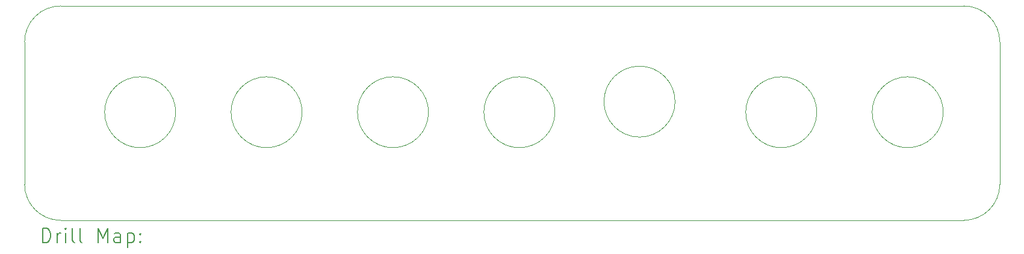
<source format=gbr>
%FSLAX45Y45*%
G04 Gerber Fmt 4.5, Leading zero omitted, Abs format (unit mm)*
G04 Created by KiCad (PCBNEW 6.0.6-3a73a75311~116~ubuntu22.04.1) date 2022-07-27 16:16:01*
%MOMM*%
%LPD*%
G01*
G04 APERTURE LIST*
%TA.AperFunction,Profile*%
%ADD10C,0.050000*%
%TD*%
%ADD11C,0.200000*%
G04 APERTURE END LIST*
D10*
X7772400Y-8153400D02*
X20472400Y-8153400D01*
X20980400Y-8661400D02*
G75*
G03*
X20472400Y-8153400I-508000J0D01*
G01*
X7264400Y-10668000D02*
G75*
G03*
X7772400Y-11176000I508000J0D01*
G01*
X18407000Y-9652000D02*
G75*
G03*
X18407000Y-9652000I-500000J0D01*
G01*
X16413100Y-9502140D02*
G75*
G03*
X16413100Y-9502140I-500000J0D01*
G01*
X7264400Y-10668000D02*
X7264400Y-8661400D01*
X9390000Y-9652000D02*
G75*
G03*
X9390000Y-9652000I-500000J0D01*
G01*
X20980400Y-8661400D02*
X20980400Y-10668000D01*
X7772400Y-8153400D02*
G75*
G03*
X7264400Y-8661400I0J-508000D01*
G01*
X20472400Y-11176000D02*
X7772400Y-11176000D01*
X20472400Y-11176000D02*
G75*
G03*
X20980400Y-10668000I0J508000D01*
G01*
X20185000Y-9652000D02*
G75*
G03*
X20185000Y-9652000I-500000J0D01*
G01*
X11168000Y-9652000D02*
G75*
G03*
X11168000Y-9652000I-500000J0D01*
G01*
X14724000Y-9652000D02*
G75*
G03*
X14724000Y-9652000I-500000J0D01*
G01*
X12946000Y-9652000D02*
G75*
G03*
X12946000Y-9652000I-500000J0D01*
G01*
D11*
X7519519Y-11488976D02*
X7519519Y-11288976D01*
X7567138Y-11288976D01*
X7595709Y-11298500D01*
X7614757Y-11317548D01*
X7624281Y-11336595D01*
X7633805Y-11374690D01*
X7633805Y-11403262D01*
X7624281Y-11441357D01*
X7614757Y-11460405D01*
X7595709Y-11479452D01*
X7567138Y-11488976D01*
X7519519Y-11488976D01*
X7719519Y-11488976D02*
X7719519Y-11355643D01*
X7719519Y-11393738D02*
X7729043Y-11374690D01*
X7738567Y-11365167D01*
X7757614Y-11355643D01*
X7776662Y-11355643D01*
X7843328Y-11488976D02*
X7843328Y-11355643D01*
X7843328Y-11288976D02*
X7833805Y-11298500D01*
X7843328Y-11308024D01*
X7852852Y-11298500D01*
X7843328Y-11288976D01*
X7843328Y-11308024D01*
X7967138Y-11488976D02*
X7948090Y-11479452D01*
X7938567Y-11460405D01*
X7938567Y-11288976D01*
X8071900Y-11488976D02*
X8052852Y-11479452D01*
X8043328Y-11460405D01*
X8043328Y-11288976D01*
X8300471Y-11488976D02*
X8300471Y-11288976D01*
X8367138Y-11431833D01*
X8433805Y-11288976D01*
X8433805Y-11488976D01*
X8614757Y-11488976D02*
X8614757Y-11384214D01*
X8605233Y-11365167D01*
X8586186Y-11355643D01*
X8548090Y-11355643D01*
X8529043Y-11365167D01*
X8614757Y-11479452D02*
X8595710Y-11488976D01*
X8548090Y-11488976D01*
X8529043Y-11479452D01*
X8519519Y-11460405D01*
X8519519Y-11441357D01*
X8529043Y-11422309D01*
X8548090Y-11412786D01*
X8595710Y-11412786D01*
X8614757Y-11403262D01*
X8709995Y-11355643D02*
X8709995Y-11555643D01*
X8709995Y-11365167D02*
X8729043Y-11355643D01*
X8767138Y-11355643D01*
X8786186Y-11365167D01*
X8795710Y-11374690D01*
X8805233Y-11393738D01*
X8805233Y-11450881D01*
X8795710Y-11469928D01*
X8786186Y-11479452D01*
X8767138Y-11488976D01*
X8729043Y-11488976D01*
X8709995Y-11479452D01*
X8890948Y-11469928D02*
X8900471Y-11479452D01*
X8890948Y-11488976D01*
X8881424Y-11479452D01*
X8890948Y-11469928D01*
X8890948Y-11488976D01*
X8890948Y-11365167D02*
X8900471Y-11374690D01*
X8890948Y-11384214D01*
X8881424Y-11374690D01*
X8890948Y-11365167D01*
X8890948Y-11384214D01*
M02*

</source>
